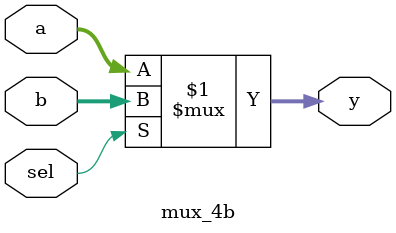
<source format=v>
 module mux_4b (a,b,sel,y);
   	  	input [3:0]a;
		input [3:0]b;
   	  	output [3:0]y;
   	  	input sel;
   	  //	wire [3:0]y;
   	  	 
   	  	assign y = (sel) ? b : a;
   	  	 
 endmodule
</source>
